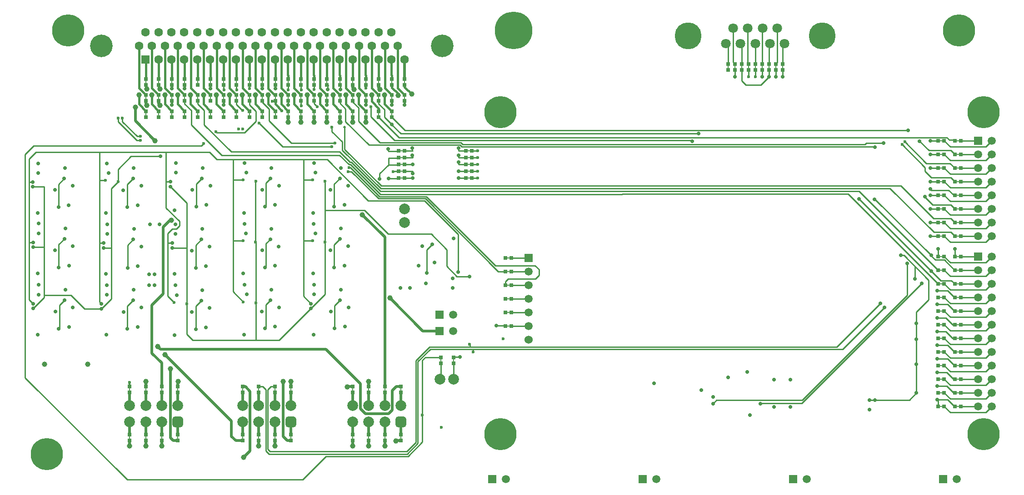
<source format=gbl>
%FSLAX25Y25*%
%MOIN*%
G70*
G01*
G75*
G04 Layer_Physical_Order=4*
G04 Layer_Color=16711680*
%ADD10R,0.02756X0.03150*%
%ADD11R,0.11000X0.02900*%
%ADD12O,0.08661X0.02362*%
%ADD13R,0.03150X0.02756*%
%ADD14R,0.05906X0.02362*%
%ADD15R,0.05118X0.03150*%
%ADD16R,0.12598X0.07874*%
%ADD17O,0.06890X0.01181*%
%ADD18C,0.01181*%
%ADD19C,0.01000*%
%ADD20C,0.01800*%
%ADD21C,0.02000*%
%ADD22C,0.03000*%
%ADD23C,0.07874*%
G04:AMPARAMS|DCode=24|XSize=78.74mil|YSize=78.74mil|CornerRadius=19.69mil|HoleSize=0mil|Usage=FLASHONLY|Rotation=0.000|XOffset=0mil|YOffset=0mil|HoleType=Round|Shape=RoundedRectangle|*
%AMROUNDEDRECTD24*
21,1,0.07874,0.03937,0,0,0.0*
21,1,0.03937,0.07874,0,0,0.0*
1,1,0.03937,0.01969,-0.01969*
1,1,0.03937,-0.01969,-0.01969*
1,1,0.03937,-0.01969,0.01969*
1,1,0.03937,0.01969,0.01969*
%
%ADD24ROUNDEDRECTD24*%
%ADD25C,0.23622*%
%ADD26C,0.05906*%
%ADD27R,0.05906X0.05906*%
%ADD28R,0.05906X0.05906*%
%ADD29C,0.27559*%
%ADD30C,0.06299*%
%ADD31R,0.06299X0.06299*%
%ADD32C,0.16535*%
%ADD33C,0.19685*%
%ADD34C,0.07087*%
%ADD35C,0.06000*%
%ADD36C,0.02756*%
%ADD37C,0.02362*%
%ADD38C,0.03937*%
%ADD39C,0.01969*%
%ADD40C,0.04000*%
%ADD41C,0.04000*%
%ADD42C,0.00787*%
%ADD43C,0.07937*%
%ADD44C,0.15811*%
%ADD45C,0.08331*%
%ADD46C,0.16598*%
%ADD47C,0.07543*%
G04:AMPARAMS|DCode=48|XSize=95.433mil|YSize=95.433mil|CornerRadius=0mil|HoleSize=0mil|Usage=FLASHONLY|Rotation=0.000|XOffset=0mil|YOffset=0mil|HoleType=Round|Shape=Relief|Width=10mil|Gap=10mil|Entries=4|*
%AMTHD48*
7,0,0,0.09543,0.07543,0.01000,45*
%
%ADD48THD48*%
%ADD49C,0.16205*%
%ADD50C,0.17779*%
%ADD51C,0.08685*%
%ADD52C,0.16520*%
%ADD53C,0.07000*%
%ADD54C,0.05181*%
G04:AMPARAMS|DCode=55|XSize=71.811mil|YSize=71.811mil|CornerRadius=0mil|HoleSize=0mil|Usage=FLASHONLY|Rotation=0.000|XOffset=0mil|YOffset=0mil|HoleType=Round|Shape=Relief|Width=10mil|Gap=10mil|Entries=4|*
%AMTHD55*
7,0,0,0.07181,0.05181,0.01000,45*
%
%ADD55THD55*%
%ADD56C,0.05969*%
G04:AMPARAMS|DCode=57|XSize=79.685mil|YSize=79.685mil|CornerRadius=0mil|HoleSize=0mil|Usage=FLASHONLY|Rotation=0.000|XOffset=0mil|YOffset=0mil|HoleType=Round|Shape=Relief|Width=10mil|Gap=10mil|Entries=4|*
%AMTHD57*
7,0,0,0.07969,0.05969,0.01000,45*
%
%ADD57THD57*%
%ADD58C,0.01772*%
D10*
X298511Y71177D02*
D03*
Y66847D02*
D03*
X289062Y71177D02*
D03*
Y66847D02*
D03*
X224410Y49642D02*
D03*
Y45311D02*
D03*
Y9878D02*
D03*
Y14209D02*
D03*
X236221Y49642D02*
D03*
Y45311D02*
D03*
Y9878D02*
D03*
Y14209D02*
D03*
X248031Y49642D02*
D03*
Y45311D02*
D03*
Y9878D02*
D03*
Y14209D02*
D03*
X259842Y49642D02*
D03*
Y45311D02*
D03*
Y9878D02*
D03*
Y14209D02*
D03*
X143701Y49642D02*
D03*
Y45311D02*
D03*
Y9878D02*
D03*
Y14209D02*
D03*
X155512Y49642D02*
D03*
Y45311D02*
D03*
Y9878D02*
D03*
Y14209D02*
D03*
X167323Y49642D02*
D03*
Y45311D02*
D03*
Y9878D02*
D03*
Y14209D02*
D03*
X179134Y49642D02*
D03*
Y45311D02*
D03*
Y9878D02*
D03*
Y14209D02*
D03*
X60827Y49642D02*
D03*
Y45311D02*
D03*
Y9878D02*
D03*
Y14209D02*
D03*
X72638Y49642D02*
D03*
Y45311D02*
D03*
Y9878D02*
D03*
Y14209D02*
D03*
X84449Y49642D02*
D03*
Y45311D02*
D03*
Y9878D02*
D03*
Y14209D02*
D03*
X96260Y49642D02*
D03*
Y45311D02*
D03*
Y9878D02*
D03*
Y14209D02*
D03*
X72775Y263681D02*
D03*
Y259350D02*
D03*
Y275492D02*
D03*
Y271161D02*
D03*
X82263Y263681D02*
D03*
Y259350D02*
D03*
Y275492D02*
D03*
Y271161D02*
D03*
X91751Y263681D02*
D03*
Y259350D02*
D03*
Y275492D02*
D03*
Y271161D02*
D03*
X101239Y263681D02*
D03*
Y259350D02*
D03*
Y275492D02*
D03*
Y271161D02*
D03*
X110728Y263681D02*
D03*
Y259350D02*
D03*
Y275492D02*
D03*
Y271161D02*
D03*
X120216Y263681D02*
D03*
Y259350D02*
D03*
Y275492D02*
D03*
Y271161D02*
D03*
X129704Y263681D02*
D03*
Y259350D02*
D03*
Y275492D02*
D03*
Y271161D02*
D03*
X139192Y263681D02*
D03*
Y259350D02*
D03*
Y275492D02*
D03*
Y271161D02*
D03*
X148680Y263681D02*
D03*
Y259350D02*
D03*
Y275492D02*
D03*
Y271161D02*
D03*
X158168Y263681D02*
D03*
Y259350D02*
D03*
Y275492D02*
D03*
Y271161D02*
D03*
X167657Y263681D02*
D03*
Y259350D02*
D03*
Y275492D02*
D03*
Y271161D02*
D03*
X177145Y263681D02*
D03*
Y259350D02*
D03*
Y275492D02*
D03*
Y271161D02*
D03*
X186633Y263681D02*
D03*
Y259350D02*
D03*
Y275492D02*
D03*
Y271161D02*
D03*
X196121Y263681D02*
D03*
Y259350D02*
D03*
Y275492D02*
D03*
Y271161D02*
D03*
X205609Y263681D02*
D03*
Y259350D02*
D03*
Y275492D02*
D03*
Y271161D02*
D03*
X215098Y263681D02*
D03*
Y259350D02*
D03*
Y275492D02*
D03*
Y271161D02*
D03*
X224586Y263681D02*
D03*
Y259350D02*
D03*
Y275492D02*
D03*
Y271161D02*
D03*
X234074Y263681D02*
D03*
Y259350D02*
D03*
Y275492D02*
D03*
Y271161D02*
D03*
X243562Y263681D02*
D03*
Y259350D02*
D03*
Y275492D02*
D03*
Y271161D02*
D03*
X253050Y263681D02*
D03*
Y259350D02*
D03*
Y275492D02*
D03*
Y271161D02*
D03*
X262539Y263681D02*
D03*
Y259350D02*
D03*
Y275492D02*
D03*
Y271161D02*
D03*
X499751Y286409D02*
D03*
Y282079D02*
D03*
X504751Y286409D02*
D03*
Y282079D02*
D03*
X509751Y286409D02*
D03*
Y282079D02*
D03*
X514751Y286409D02*
D03*
Y282079D02*
D03*
X519751Y286409D02*
D03*
Y282079D02*
D03*
X524751Y286409D02*
D03*
Y282079D02*
D03*
X529751Y286409D02*
D03*
Y282079D02*
D03*
X534751Y286409D02*
D03*
Y282079D02*
D03*
X539751Y286409D02*
D03*
Y282079D02*
D03*
X72775Y247539D02*
D03*
Y251870D02*
D03*
X82263Y247539D02*
D03*
Y251870D02*
D03*
X91751Y247539D02*
D03*
Y251870D02*
D03*
X101239Y247539D02*
D03*
Y251870D02*
D03*
X110728Y247539D02*
D03*
Y251870D02*
D03*
X120216Y247539D02*
D03*
Y251870D02*
D03*
X129704Y247539D02*
D03*
Y251870D02*
D03*
X139192Y247539D02*
D03*
Y251870D02*
D03*
X148680Y247539D02*
D03*
Y251870D02*
D03*
X158168Y247539D02*
D03*
Y251870D02*
D03*
X167657Y247539D02*
D03*
Y251870D02*
D03*
X177145Y247539D02*
D03*
Y251870D02*
D03*
X186633Y247539D02*
D03*
Y251870D02*
D03*
X196121Y247539D02*
D03*
Y251870D02*
D03*
X205609Y247539D02*
D03*
Y251870D02*
D03*
X215098Y247539D02*
D03*
Y251870D02*
D03*
X224586Y247539D02*
D03*
Y251870D02*
D03*
X234074Y247539D02*
D03*
Y251870D02*
D03*
X243562Y247539D02*
D03*
Y251870D02*
D03*
X253050Y247539D02*
D03*
Y251870D02*
D03*
D13*
X658204Y45035D02*
D03*
X653873D02*
D03*
X658204Y55035D02*
D03*
X653873D02*
D03*
X658204Y65035D02*
D03*
X653873D02*
D03*
X658204Y75035D02*
D03*
X653873D02*
D03*
X658204Y85035D02*
D03*
X653873D02*
D03*
X658204Y95035D02*
D03*
X653873D02*
D03*
X658204Y105035D02*
D03*
X653873D02*
D03*
X658204Y115035D02*
D03*
X653873D02*
D03*
X658204Y125035D02*
D03*
X653873D02*
D03*
X658204Y135035D02*
D03*
X653873D02*
D03*
X670369Y125035D02*
D03*
X666039D02*
D03*
X670369Y135035D02*
D03*
X666039D02*
D03*
X670369Y85035D02*
D03*
X666039D02*
D03*
X670369Y95035D02*
D03*
X666039D02*
D03*
X670369Y45035D02*
D03*
X666039D02*
D03*
X670369Y55035D02*
D03*
X666039D02*
D03*
X307527Y202555D02*
D03*
X311858D02*
D03*
X307527Y212555D02*
D03*
X311858D02*
D03*
X307527Y217555D02*
D03*
X311858D02*
D03*
X307527Y222555D02*
D03*
X311858D02*
D03*
X658204Y160035D02*
D03*
X653873D02*
D03*
X658204Y170035D02*
D03*
X653873D02*
D03*
X658204Y180035D02*
D03*
X653873D02*
D03*
X658204Y190035D02*
D03*
X653873D02*
D03*
X658204Y200035D02*
D03*
X653873D02*
D03*
X658204Y210035D02*
D03*
X653873D02*
D03*
X658204Y220035D02*
D03*
X653873D02*
D03*
X658204Y230035D02*
D03*
X653873D02*
D03*
X653873Y35035D02*
D03*
X658204D02*
D03*
X666039D02*
D03*
X670369D02*
D03*
X666039Y75035D02*
D03*
X670369D02*
D03*
X666039Y115035D02*
D03*
X670369D02*
D03*
X666039Y65035D02*
D03*
X670369D02*
D03*
X666039Y105035D02*
D03*
X670369D02*
D03*
X653873Y145035D02*
D03*
X658204D02*
D03*
X666039D02*
D03*
X670369D02*
D03*
X666039Y160035D02*
D03*
X670369D02*
D03*
X666039Y170035D02*
D03*
X670369D02*
D03*
X666039Y180035D02*
D03*
X670369D02*
D03*
X666039Y190035D02*
D03*
X670369D02*
D03*
X666039Y200035D02*
D03*
X670369D02*
D03*
X666039Y210035D02*
D03*
X670369D02*
D03*
X666039Y220035D02*
D03*
X670369D02*
D03*
X666039Y230035D02*
D03*
X670369D02*
D03*
X336393Y94051D02*
D03*
X340724D02*
D03*
X336393Y104051D02*
D03*
X340724D02*
D03*
X336393Y114051D02*
D03*
X340724D02*
D03*
X336393Y124051D02*
D03*
X340724D02*
D03*
X336393Y134051D02*
D03*
X340724D02*
D03*
X336393Y144051D02*
D03*
X340724D02*
D03*
X258117Y202555D02*
D03*
X262448D02*
D03*
X258117Y212555D02*
D03*
X262448D02*
D03*
X258117Y217555D02*
D03*
X262448D02*
D03*
X311858Y207555D02*
D03*
X307527D02*
D03*
X258117D02*
D03*
X262448D02*
D03*
X258117Y222555D02*
D03*
X262448D02*
D03*
D18*
X60827Y49642D02*
Y52590D01*
X60680Y52736D02*
X60827Y52590D01*
D19*
X658204Y105035D02*
X662657Y100583D01*
X160827Y109631D02*
X164271Y113075D01*
X160827Y92898D02*
Y109631D01*
X160137Y92209D02*
X160827Y92898D01*
X275590Y9077D02*
Y28543D01*
Y69116D01*
X277652Y71177D01*
X264997Y-1517D02*
X275590Y9077D01*
X153381Y244346D02*
Y251728D01*
X145015Y235980D02*
X153381Y244346D01*
X124739Y235980D02*
X145015D01*
X124050Y236669D02*
X124739Y235980D01*
X250526Y222713D02*
Y224169D01*
X250527Y224169D01*
X236336Y227041D02*
X303128D01*
X244480Y228641D02*
X303791D01*
X268243Y222705D02*
Y224562D01*
X255176Y230241D02*
X473096D01*
X303128Y227041D02*
X304511Y225658D01*
X303791Y228641D02*
X305173Y227258D01*
X473096Y230241D02*
X473600Y229736D01*
X268393Y217555D02*
Y219295D01*
X268243Y219445D02*
X268393Y219295D01*
X268243Y222705D02*
X268393Y222555D01*
X262448D02*
X268393D01*
X219228Y244150D02*
X236336Y227041D01*
X304511Y225658D02*
X606813D01*
X607220Y225252D01*
X305173Y227258D02*
X600072D01*
X601216Y228402D01*
X613818D01*
X228676Y244445D02*
X244480Y228641D01*
X237728Y247689D02*
X255176Y230241D01*
X302101Y222563D02*
Y224563D01*
X302102Y224563D01*
X302110Y217555D02*
Y219437D01*
X302102Y219445D02*
X302110Y219437D01*
Y212555D02*
Y214318D01*
X302101Y214326D02*
X302110Y214318D01*
X165487Y259208D02*
X165630Y259350D01*
X167657D01*
X247680Y247488D02*
X253283Y241886D01*
X247680Y247488D02*
Y253000D01*
X253157Y241760D02*
X259680Y235236D01*
X143440Y252516D02*
X143834D01*
X139192Y256764D02*
X143440Y252516D01*
X139192Y256764D02*
Y259350D01*
X129621Y267476D02*
X130015D01*
X129621D02*
X129704Y267559D01*
Y271161D01*
X52486Y209199D02*
X61944Y218657D01*
X52486Y200153D02*
Y209199D01*
X61944Y218657D02*
X83598D01*
X232997Y179101D02*
X250527Y161571D01*
X204222Y179101D02*
X232997D01*
X204222Y155791D02*
Y200279D01*
X250527Y161571D02*
X282023D01*
X293440Y150154D01*
Y137949D02*
Y150154D01*
Y137949D02*
X300921Y130468D01*
X309976D01*
X153676Y83618D02*
X170570D01*
X107220D02*
X153676D01*
X153435Y83860D02*
X153676Y83618D01*
X153435Y83860D02*
Y110909D01*
X102647Y88191D02*
X107220Y83618D01*
X102647Y88191D02*
Y110516D01*
X170570Y83618D02*
X193869Y106917D01*
X-1835Y116295D02*
Y152122D01*
Y115020D02*
Y116295D01*
X-1442Y116689D01*
X17850D01*
X27692Y106846D01*
X40291D01*
X204222Y117270D02*
Y155791D01*
X193869Y106917D02*
X204222Y117270D01*
X153273Y200118D02*
X153435Y200279D01*
X153273Y155665D02*
Y200118D01*
Y155665D02*
X153435Y155504D01*
Y110909D02*
Y155504D01*
X102647Y150941D02*
Y184541D01*
Y110516D02*
Y150941D01*
X102254Y151335D02*
X102647Y150941D01*
X92062Y151335D02*
X102254D01*
X90846Y196343D02*
X102647Y184541D01*
X47377Y151335D02*
Y195045D01*
Y113933D02*
Y151335D01*
X47377Y151335D02*
X47377Y151335D01*
X41668Y151335D02*
X47377D01*
X47377Y195045D02*
X52486Y200153D01*
X40291Y106846D02*
X47377Y113933D01*
X-1835Y152122D02*
Y196216D01*
X-10103D02*
X-1835D01*
X-9942Y151913D02*
X-9733Y152122D01*
X-1835D01*
X-9942Y106913D02*
X-1835Y115020D01*
X188322Y216295D02*
X188403Y216214D01*
X205726D01*
X235937Y186003D01*
X277081D01*
X301708Y161376D01*
Y133815D02*
Y161376D01*
X188322Y201335D02*
Y216295D01*
Y156846D02*
Y201335D01*
X188429Y201228D01*
X195015D01*
X136747Y216295D02*
X188322D01*
Y116008D02*
Y156846D01*
X188429Y156739D01*
X195015D01*
X188322Y116008D02*
X193869Y110461D01*
X124936Y216295D02*
X136747D01*
Y200941D02*
Y216295D01*
X119424Y221807D02*
X124936Y216295D01*
X87535Y221807D02*
X119424D01*
X136747Y156453D02*
Y200941D01*
X137034Y201228D01*
X144228D01*
X136747Y119338D02*
Y156453D01*
X136908Y156614D01*
X144066D01*
X136747Y119338D02*
X144228Y111858D01*
X95015Y165508D02*
X97377Y167870D01*
X92259Y165508D02*
X95015D01*
X88716Y161965D02*
X92259Y165508D01*
X88716Y154878D02*
Y161965D01*
Y116188D02*
Y154878D01*
X92062D01*
X87535Y199760D02*
Y221807D01*
Y199760D02*
X87661Y199886D01*
X90846D01*
X38716Y221807D02*
X87535D01*
X88716Y116188D02*
X93440Y111464D01*
X-12859Y155272D02*
Y199760D01*
Y113374D02*
Y155272D01*
X-12674Y155457D01*
X-9942D01*
X-12859Y199760D02*
Y216689D01*
Y199760D02*
X-10103D01*
X38716Y200941D02*
Y221807D01*
Y154878D02*
Y200941D01*
X38877Y201102D01*
X43279D01*
X38716Y111965D02*
Y154878D01*
X41668D01*
X-7741Y221807D02*
X38716D01*
Y111965D02*
X40291Y110390D01*
X-12859Y216689D02*
X-7741Y221807D01*
X-12859Y113374D02*
X-9942Y110457D01*
X670369Y230035D02*
X683204D01*
X688751Y225583D02*
X693204Y230035D01*
X658204D02*
X662657Y225583D01*
X688751D01*
X662657Y215583D02*
X688751D01*
X658204Y220035D02*
X662657Y215583D01*
X688751D02*
X693204Y220035D01*
X670369D02*
X683204D01*
X662657Y205583D02*
X688751D01*
X658204Y210035D02*
X662657Y205583D01*
X688751D02*
X693204Y210035D01*
X670369D02*
X683204D01*
X662657Y195583D02*
X688751D01*
X658204Y200035D02*
X662657Y195583D01*
X688751D02*
X693204Y200035D01*
X670369D02*
X683204D01*
X662657Y185583D02*
X688751D01*
X658204Y190035D02*
X662657Y185583D01*
X688751D02*
X693204Y190035D01*
X670369D02*
X683204D01*
X662657Y175583D02*
X688751D01*
X658204Y180035D02*
X662657Y175583D01*
X688751D02*
X693204Y180035D01*
X670369D02*
X683204D01*
X662657Y165583D02*
X688751D01*
X658204Y170035D02*
X662657Y165583D01*
X688751D02*
X693204Y170035D01*
X670369D02*
X683204D01*
X662657Y155583D02*
X688751D01*
X658204Y160035D02*
X662657Y155583D01*
X688751D02*
X693204Y160035D01*
X670369D02*
X683204D01*
X670369Y145035D02*
X683204D01*
X688751Y140583D02*
X693204Y145035D01*
X658204D02*
X662657Y140583D01*
X688751D01*
X670369Y135035D02*
X683204D01*
X688751Y130583D02*
X693204Y135035D01*
X658204D02*
X662657Y130583D01*
X688751D01*
X670369Y125035D02*
X683204D01*
X688751Y120583D02*
X693204Y125035D01*
X658204D02*
X662657Y120583D01*
X688751D01*
X670369Y115035D02*
X683204D01*
X688751Y110583D02*
X693204Y115035D01*
X658204D02*
X662657Y110583D01*
X688751D01*
X670369Y105035D02*
X683204D01*
X688751Y100583D02*
X693204Y105035D01*
X662657Y100583D02*
X688751D01*
X670369Y95035D02*
X683204D01*
X688751Y90583D02*
X693204Y95035D01*
X658204D02*
X662657Y90583D01*
X688751D01*
X670369Y85035D02*
X683204D01*
X688751Y80583D02*
X693204Y85035D01*
X658204D02*
X662657Y80583D01*
X688751D01*
X670369Y75035D02*
X683204D01*
X688751Y70583D02*
X693204Y75035D01*
X658204D02*
X662657Y70583D01*
X688751D01*
X670369Y65035D02*
X683204D01*
X688751Y60583D02*
X693204Y65035D01*
X658204D02*
X662657Y60583D01*
X688751D01*
X670369Y55035D02*
X683204D01*
X688751Y50583D02*
X693204Y55035D01*
X658204D02*
X662657Y50583D01*
X688751D01*
X670369Y45035D02*
X683204D01*
X688751Y40583D02*
X693204Y45035D01*
X658204D02*
X662657Y40583D01*
X688751D01*
X670369Y35035D02*
X683204D01*
X688751Y30583D02*
X693204Y35035D01*
X658204D02*
X662657Y30583D01*
X688751D01*
X262448Y217555D02*
X268393D01*
X262448Y212555D02*
X268393D01*
X262448Y207555D02*
X268393D01*
X302110Y222555D02*
X308054D01*
X302110Y217555D02*
X308054D01*
X302110Y212555D02*
X308054D01*
X302110Y207555D02*
X308054D01*
X302110Y202555D02*
X308054D01*
X289062Y55697D02*
Y66846D01*
X288440Y55075D02*
X289062Y55697D01*
X298511D02*
Y66846D01*
X663161Y222913D02*
X666039Y220035D01*
X647003Y222913D02*
X663161D01*
X665376Y190035D02*
X666039D01*
X661596Y193815D02*
X665376Y190035D01*
X663161Y182913D02*
X666039Y180035D01*
X663161Y172913D02*
X666039Y170035D01*
X663161Y162913D02*
X666039Y160035D01*
X648117Y230035D02*
X653873D01*
X647724Y229642D02*
X648117Y230035D01*
Y220035D02*
X653873D01*
X648117Y210035D02*
X653873D01*
X648905Y193815D02*
X661596D01*
X648117Y200035D02*
X653873D01*
X649964Y182913D02*
X663161D01*
X648117Y190035D02*
X653873D01*
X626464Y196965D02*
X650515Y172913D01*
X663161D01*
X648117Y180035D02*
X653873D01*
X618621Y194965D02*
X650672Y162913D01*
X663161D01*
X648117Y170035D02*
X653873D01*
X648117Y160035D02*
X653873D01*
X498058Y301463D02*
X499751Y299770D01*
Y286409D02*
Y299770D01*
X503458Y287702D02*
X504751Y286409D01*
X503458Y287702D02*
Y312663D01*
X508858Y301463D02*
X509751Y300570D01*
Y286409D02*
Y300570D01*
X514258Y286902D02*
Y312663D01*
Y286902D02*
X514751Y286409D01*
X519658Y286502D02*
Y301463D01*
Y286502D02*
X519751Y286409D01*
X524751D02*
Y312356D01*
X525058Y312663D01*
X529751Y300756D02*
X530458Y301463D01*
X529751Y286409D02*
Y300756D01*
X534751Y286409D02*
X535858Y287516D01*
Y312663D01*
X539751Y286409D02*
Y299956D01*
X541258Y301463D01*
X504751Y277079D02*
Y282079D01*
X524751Y277079D02*
Y282079D01*
X666039Y145035D02*
Y150705D01*
X665941Y115035D02*
X666039D01*
X660941Y120035D02*
X665941Y115035D01*
X653204Y120035D02*
X660941D01*
X653204Y110035D02*
X660941D01*
X665941Y105035D01*
X653204Y80035D02*
X660941D01*
X665941Y75035D01*
X653204Y70035D02*
X660941D01*
X665941Y65035D01*
X653204Y40035D02*
X660941D01*
X665941Y35035D01*
X258098Y222535D02*
X258117Y222555D01*
X250704Y222535D02*
X258098D01*
X250704Y217535D02*
X258098D01*
X250704Y212535D02*
X258098D01*
X663561Y127513D02*
X666039Y125035D01*
X655726Y127513D02*
X663561D01*
X653873Y145035D02*
Y150705D01*
X665941Y135035D02*
X666039D01*
X658419Y142558D02*
X665941Y135035D01*
X651843Y142558D02*
X658419D01*
X529751Y277079D02*
Y282079D01*
X534751Y277079D02*
Y282079D01*
X653301Y50035D02*
X660204D01*
X665204Y45035D01*
X666039D01*
X653301Y60035D02*
X660204D01*
X665204Y55035D01*
X666039D01*
X653873Y35035D02*
Y39366D01*
X653204Y40035D02*
X653873Y39366D01*
X250704Y202535D02*
X258098D01*
X329865Y94213D02*
X336231D01*
X336393Y94051D01*
X340724D02*
X353558D01*
X340724Y104051D02*
X353558D01*
X340724Y114051D02*
X353558D01*
X340724Y124051D02*
X353558D01*
X340724Y134051D02*
X353558D01*
X340724Y144051D02*
X353558D01*
X523381Y37142D02*
X523517Y37277D01*
X553792D01*
X641865Y125350D01*
X488696Y37142D02*
X491275Y39720D01*
X553973D01*
X631039Y116786D01*
Y140114D01*
X626476Y146020D02*
X628637D01*
X636747Y128662D02*
Y137713D01*
X637732Y96182D02*
Y104484D01*
X646787Y113539D01*
X637732Y84371D02*
Y96182D01*
Y45198D02*
X637928Y45001D01*
X632648Y39720D02*
X637928Y45001D01*
X603479Y39720D02*
X632648D01*
X637732Y45198D02*
Y65936D01*
Y84371D01*
X595704Y187535D02*
X648755Y134484D01*
Y134209D02*
Y134484D01*
X648893Y134346D02*
X655726Y127513D01*
X607579Y187196D02*
X648755Y146020D01*
X607204Y187196D02*
X607579D01*
X648568Y145832D02*
X651843Y142558D01*
X628637Y146020D02*
X646787Y127871D01*
Y113539D02*
Y127871D01*
X539751Y277079D02*
Y282079D01*
X59188Y108815D02*
X63322Y112949D01*
X59188Y92083D02*
Y108815D01*
X210924Y153823D02*
X215058Y157957D01*
X210924Y137091D02*
Y153823D01*
X211157Y109012D02*
X215291Y113146D01*
X211157Y92279D02*
Y109012D01*
X8956Y153882D02*
X13090Y158016D01*
X8956Y137150D02*
Y153882D01*
X8794Y198185D02*
X12928Y202319D01*
X8794Y181453D02*
Y198185D01*
X59188D02*
X63322Y202319D01*
X59188Y181453D02*
Y198185D01*
X109350Y108547D02*
X113484Y112681D01*
X109350Y91815D02*
Y108547D01*
X109743Y198311D02*
X113877Y202445D01*
X109743Y181579D02*
Y198311D01*
X109350Y153429D02*
X113484Y157563D01*
X109350Y136697D02*
Y153429D01*
X59350D02*
X63484Y157563D01*
X59350Y136697D02*
Y153429D01*
X162286Y3749D02*
X163952Y2083D01*
X162286Y3749D02*
Y47346D01*
X160686Y2520D02*
X163124Y83D01*
X264334D01*
X162286Y47346D02*
X164582Y49642D01*
X167323D01*
X155512D02*
X158519D01*
X160686Y47475D01*
Y2520D02*
Y47475D01*
X120216Y268331D02*
Y271161D01*
X158168Y268331D02*
Y271161D01*
X640180Y229736D02*
X647003Y222913D01*
X665338Y230736D02*
X666039Y230035D01*
X662011Y230736D02*
X665338D01*
X259680Y235236D02*
X478180D01*
X253050Y247539D02*
X262854Y237736D01*
X266566D01*
X631680D01*
X660234Y232513D02*
X662011Y230736D01*
X243562Y247539D02*
X258588Y232513D01*
X660234D01*
X648078Y194642D02*
X648905Y193815D01*
X643747Y189130D02*
X644031D01*
X643747D02*
X649964Y182913D01*
X607220Y225252D02*
X607318D01*
X206006Y267739D02*
Y270764D01*
X215494Y267739D02*
Y270764D01*
X219228Y244150D02*
Y253500D01*
X209287Y236768D02*
Y240114D01*
X167657Y268331D02*
Y271161D01*
X215098Y257630D02*
X219228Y253500D01*
X215098Y257630D02*
Y259350D01*
X228676Y244445D02*
Y254439D01*
X224586Y258530D02*
X228676Y254439D01*
X224586Y258530D02*
Y259350D01*
X177145Y256520D02*
Y259350D01*
X110728Y257206D02*
Y259350D01*
Y257206D02*
X115586Y252348D01*
Y241787D02*
Y252348D01*
X101239Y257206D02*
Y259350D01*
Y257206D02*
X106098Y252348D01*
Y241787D02*
Y252348D01*
X115586Y241787D02*
X135369Y222004D01*
X106098Y241787D02*
X128381Y219504D01*
X422180Y192965D02*
X595944D01*
X653873Y135035D01*
X422180Y190965D02*
X587944D01*
X653873Y125035D01*
X422019Y190803D02*
X422180Y190965D01*
X55448Y244150D02*
X66373Y233224D01*
X52486Y244001D02*
X66224Y230262D01*
X68637D01*
X66373Y233224D02*
X68637D01*
X55448Y244150D02*
Y246807D01*
X644129Y207646D02*
X648861Y202913D01*
X644129Y207646D02*
Y210472D01*
X648861Y202913D02*
X663161D01*
X666039Y200035D01*
X627340Y227262D02*
X644129Y210472D01*
X52486Y244001D02*
Y246807D01*
X645291Y213500D02*
X662574D01*
X629434Y229356D02*
X645291Y213500D01*
X662574D02*
X666039Y210035D01*
X243562Y257118D02*
X247680Y253000D01*
X243562Y257118D02*
Y259350D01*
X237728Y247689D02*
Y255169D01*
X237732Y255173D01*
X233991Y268559D02*
X234074Y268642D01*
Y271161D01*
X298550Y71216D02*
X303184D01*
X298511Y71177D02*
X298550Y71216D01*
X272279Y68067D02*
X281407Y77195D01*
X270679Y68730D02*
X280744Y78795D01*
X272279Y8028D02*
Y68067D01*
X264334Y83D02*
X272279Y8028D01*
X270679Y8690D02*
Y68730D01*
X264071Y2083D02*
X270679Y8690D01*
X664377Y85035D02*
X664464D01*
X666039D01*
X583868Y77195D02*
X614306Y107634D01*
X659464Y90035D02*
X664464Y85035D01*
X653301Y90035D02*
X659464D01*
X664306Y95035D02*
X666039D01*
X579562Y78795D02*
X611353Y110587D01*
X659306Y100035D02*
X664306Y95035D01*
X653301Y100035D02*
X659306D01*
X163952Y2083D02*
X264071D01*
X277652Y71177D02*
X289062D01*
X204957Y-1517D02*
X264997D01*
X187829Y-18646D02*
X204957Y-1517D01*
X58991Y-18646D02*
X187829D01*
X-15812Y56157D02*
X58991Y-18646D01*
X-15812Y56157D02*
Y219937D01*
X-9513Y226236D01*
X113519D01*
X115291Y228008D01*
Y228106D01*
X148680Y256429D02*
X153381Y251728D01*
X148680Y256429D02*
Y259350D01*
X310271Y80764D02*
X310369Y80665D01*
Y78795D02*
Y80665D01*
X280744Y78795D02*
X310369D01*
X579562D01*
X312830Y75153D02*
Y76998D01*
X312633Y77195D02*
X312830Y76998D01*
X281407Y77195D02*
X312633D01*
X583868D01*
X336393Y124051D02*
Y126669D01*
X338519Y128795D01*
X358401D01*
X361058Y131453D01*
Y135587D01*
X358204Y138441D02*
X361058Y135587D01*
X329169Y138441D02*
X358204D01*
X278406Y189203D02*
X329169Y138441D01*
X221693Y210410D02*
X222810D01*
X179562Y228500D02*
X211550D01*
X163224Y244839D02*
X179562Y228500D01*
X163224Y244839D02*
Y253475D01*
X158168Y258530D02*
X163224Y253475D01*
X158168Y258530D02*
Y259350D01*
X331295Y134051D02*
X336393D01*
X277744Y187603D02*
X331295Y134051D01*
X221004Y207359D02*
X223599D01*
X173263Y225547D02*
X208991D01*
X155743Y243067D02*
X173263Y225547D01*
X148755Y268461D02*
Y271087D01*
X148680Y271161D02*
X148755Y271087D01*
X311858Y222555D02*
X316235D01*
X311858Y217555D02*
X316196D01*
X311858Y212555D02*
X316078D01*
X311858Y207555D02*
X316196D01*
X311858Y202555D02*
X316235D01*
X196121Y267945D02*
Y271161D01*
Y267945D02*
X196196Y267870D01*
X186633Y267590D02*
Y271161D01*
Y267590D02*
X186747Y267476D01*
X186437Y267166D02*
X186747Y267476D01*
X186437Y267166D02*
X186437D01*
X186747Y267475D01*
X196121Y257315D02*
Y259350D01*
Y257315D02*
X198348Y255088D01*
X198375D01*
X186633Y256567D02*
Y259350D01*
X186747Y255665D02*
X187141Y255272D01*
X139192Y267559D02*
Y271161D01*
X139109Y267476D02*
X139192Y267559D01*
X139109Y267476D02*
X139503D01*
X177145Y267630D02*
Y271161D01*
Y267630D02*
X177298Y267476D01*
X262448Y202555D02*
X268393D01*
X250526Y222713D02*
X250704Y222535D01*
Y212535D02*
Y217535D01*
X268393Y205999D02*
Y207555D01*
X302101Y222563D02*
X302110Y222555D01*
X254070Y207240D02*
X254385Y207555D01*
X258117D01*
X243355Y187603D02*
X277744D01*
X244018Y189203D02*
X278406D01*
X244680Y190803D02*
X422019D01*
X223599Y207359D02*
X243355Y187603D01*
X222810Y210410D02*
X244018Y189203D01*
X209287Y236768D02*
X216840Y229214D01*
X128381Y219504D02*
X214939D01*
X221752Y212691D01*
X245307Y196965D02*
X626464D01*
X222415Y214291D02*
X223455D01*
X244743Y193003D01*
X135369Y222004D02*
X214702D01*
X222415Y214291D01*
X221752Y212691D02*
X222792D01*
X244680Y190803D01*
X244743Y193003D02*
X422180D01*
X245044Y194965D02*
X618621D01*
X244228Y206059D02*
X250704Y212535D01*
X244228Y202122D02*
Y206059D01*
X218440Y223832D02*
Y240114D01*
Y223832D02*
X245307Y196965D01*
X216840Y223169D02*
Y229214D01*
Y223169D02*
X245044Y194965D01*
X519751Y276992D02*
Y282079D01*
Y276992D02*
X519818Y276925D01*
X514751Y276976D02*
Y282079D01*
X514700Y276925D02*
X514751Y276976D01*
X509751Y274000D02*
Y282079D01*
Y274000D02*
X512732Y271020D01*
X523692D01*
X529751Y277079D01*
X87535Y180772D02*
Y199760D01*
Y180772D02*
X97377Y170930D01*
Y167870D02*
Y170930D01*
X278775Y133173D02*
Y149906D01*
X282909Y154039D01*
X210924Y198311D02*
X215058Y202445D01*
X210924Y181579D02*
Y198311D01*
X9350Y109276D02*
X13090Y113016D01*
X9350Y92150D02*
Y109276D01*
X159976Y136965D02*
X160827Y137816D01*
Y154548D01*
X164110Y157831D01*
X160137Y181579D02*
X160827Y182269D01*
Y199001D01*
X164271Y202445D01*
D20*
X77228Y268717D02*
Y299630D01*
Y268717D02*
X82263Y263681D01*
X67739Y268717D02*
X72775Y263681D01*
X67739Y268717D02*
Y299630D01*
X86716Y268717D02*
X91751Y263681D01*
X86716Y268717D02*
Y299630D01*
X96204Y268717D02*
X101239Y263681D01*
X96204Y268717D02*
Y299630D01*
X105692Y268717D02*
X110728Y263681D01*
X105692Y268717D02*
Y299630D01*
X115180Y268717D02*
X120216Y263681D01*
X115180Y268717D02*
Y299630D01*
X124669Y268717D02*
X129704Y263681D01*
X124669Y268717D02*
Y299630D01*
X134157Y268717D02*
X139192Y263681D01*
X134157Y268717D02*
Y299630D01*
X143645Y268717D02*
X148680Y263681D01*
X143645Y268717D02*
Y299630D01*
X153133Y268717D02*
X158168Y263681D01*
X153133Y268717D02*
Y299630D01*
X162582Y268520D02*
X167617Y263484D01*
X162582Y268520D02*
Y299433D01*
X181598Y268717D02*
X186633Y263681D01*
X181598Y268717D02*
Y299630D01*
X172109Y268717D02*
X177145Y263681D01*
X172109Y268717D02*
Y299630D01*
X191086Y268717D02*
X196121Y263681D01*
X191086Y268717D02*
Y299630D01*
X200574Y268717D02*
X205609Y263681D01*
X200574Y268717D02*
Y299630D01*
X210062Y268717D02*
X215098Y263681D01*
X210062Y268717D02*
Y299630D01*
X219550Y268717D02*
X224586Y263681D01*
X219550Y268717D02*
Y299630D01*
X238527Y268717D02*
Y299630D01*
X257621Y268598D02*
Y299630D01*
X248133Y268598D02*
X253050Y263681D01*
X248133Y268598D02*
Y299630D01*
X77153Y256980D02*
X82263Y251870D01*
X77153Y256980D02*
Y263571D01*
X67665Y256980D02*
Y263571D01*
Y256980D02*
X72775Y251870D01*
X86641Y256980D02*
Y263571D01*
Y256980D02*
X91751Y251870D01*
X96129Y256980D02*
Y263571D01*
Y256980D02*
X101239Y251870D01*
X105617Y256980D02*
Y263571D01*
Y256980D02*
X110728Y251870D01*
X115105Y256980D02*
Y263571D01*
Y256980D02*
X120216Y251870D01*
X124594Y256980D02*
Y263571D01*
Y256980D02*
X129704Y251870D01*
X134082Y256980D02*
Y263571D01*
Y256980D02*
X139192Y251870D01*
X143570Y256980D02*
Y263571D01*
Y256980D02*
X148680Y251870D01*
X153058Y256980D02*
Y263571D01*
Y256980D02*
X158168Y251870D01*
X162547Y256980D02*
Y263571D01*
Y256980D02*
X167657Y251870D01*
X172035Y256980D02*
Y263571D01*
Y256980D02*
X177145Y251870D01*
X181523Y256980D02*
Y263571D01*
Y256980D02*
X186633Y251870D01*
X191011Y256980D02*
Y263571D01*
Y256980D02*
X196121Y251870D01*
X200499Y256980D02*
Y263571D01*
Y256980D02*
X205609Y251870D01*
X209987Y256980D02*
Y263571D01*
Y256980D02*
X215098Y251870D01*
X219476Y256980D02*
Y263571D01*
Y256980D02*
X224586Y251870D01*
X228964Y256980D02*
Y263571D01*
Y256980D02*
X234074Y251870D01*
X247940Y256980D02*
Y263571D01*
Y256980D02*
X253050Y251870D01*
X91751Y256520D02*
Y259350D01*
X253050Y256520D02*
Y259350D01*
X262539Y256520D02*
Y259350D01*
X205609Y256520D02*
Y259350D01*
X257621Y268598D02*
X262539Y263681D01*
Y269378D02*
Y271161D01*
Y269378D02*
X267680Y264236D01*
X205609Y271161D02*
X206006Y270764D01*
X215098Y271161D02*
X215494Y270764D01*
X167657Y275492D02*
Y289358D01*
X167385Y289630D02*
X167657Y289358D01*
X158168Y275492D02*
Y289358D01*
X157897Y289630D02*
X158168Y289358D01*
X148680Y275492D02*
Y289358D01*
X148409Y289630D02*
X148680Y289358D01*
X139192Y275492D02*
Y289358D01*
X138920Y289630D02*
X139192Y289358D01*
X129704Y275492D02*
Y289358D01*
X129432Y289630D02*
X129704Y289358D01*
X120216Y275492D02*
Y289358D01*
X119944Y289630D02*
X120216Y289358D01*
X110728Y275492D02*
Y289358D01*
X110456Y289630D02*
X110728Y289358D01*
X101239Y275492D02*
Y289358D01*
X100968Y289630D02*
X101239Y289358D01*
X91751Y275492D02*
Y289358D01*
X91479Y289630D02*
X91751Y289358D01*
X82263Y275492D02*
Y289358D01*
X81991Y289630D02*
X82263Y289358D01*
X72775Y275492D02*
Y289358D01*
X72503Y289630D02*
X72775Y289358D01*
X177145Y275492D02*
Y278073D01*
X176873Y278345D02*
X177145Y278073D01*
X176873Y278345D02*
Y289630D01*
X186633Y275492D02*
Y278073D01*
X186361Y278345D02*
X186633Y278073D01*
X186361Y278345D02*
Y289630D01*
X196121Y275492D02*
Y278073D01*
X195850Y278345D02*
X196121Y278073D01*
X195850Y278345D02*
Y289630D01*
X205609Y275492D02*
Y278073D01*
X205338Y278345D02*
X205609Y278073D01*
X205338Y278345D02*
Y289630D01*
X215098Y275492D02*
Y278073D01*
X214826Y278345D02*
X215098Y278073D01*
X214826Y278345D02*
Y289630D01*
X224586Y275492D02*
Y278073D01*
X224314Y278345D02*
X224586Y278073D01*
X224314Y278345D02*
Y289630D01*
X234074Y275492D02*
Y278073D01*
X233802Y278345D02*
X234074Y278073D01*
X233802Y278345D02*
Y289630D01*
X243562Y275492D02*
Y278073D01*
X243409Y278227D02*
X243562Y278073D01*
X243409Y278227D02*
Y289630D01*
X253050Y275492D02*
Y278073D01*
X252897Y278227D02*
X253050Y278073D01*
X252897Y278227D02*
Y289630D01*
X253050Y269185D02*
Y271161D01*
Y269185D02*
X257680Y264555D01*
Y263736D02*
Y264555D01*
X238527Y268717D02*
X243562Y263681D01*
X229039Y268717D02*
X234074Y263681D01*
X229039Y268717D02*
Y299630D01*
X129704Y256520D02*
Y259350D01*
X234074Y256520D02*
Y259350D01*
X91751Y268331D02*
Y271161D01*
X101239Y268331D02*
Y271161D01*
X238452Y258980D02*
Y263571D01*
Y258980D02*
X243562Y253870D01*
Y251870D02*
Y253870D01*
D21*
X259842Y35654D02*
Y45311D01*
X248031Y35654D02*
Y45311D01*
X236221Y35654D02*
Y45311D01*
X224410Y35654D02*
Y45311D01*
X179134Y35654D02*
Y45311D01*
X167323Y35654D02*
Y45311D01*
X155512Y35654D02*
Y45311D01*
X143701Y35654D02*
Y45311D01*
X96260Y35654D02*
Y45311D01*
X84449Y35654D02*
Y45311D01*
X72638Y35654D02*
Y45311D01*
X60827Y35654D02*
Y45311D01*
X259842Y14209D02*
Y23854D01*
X248031Y14209D02*
Y23854D01*
X236221Y14209D02*
Y23854D01*
X224410Y14209D02*
Y23854D01*
X179134Y14209D02*
Y23854D01*
X167323Y14209D02*
Y23854D01*
X155512Y14209D02*
Y23854D01*
X143701Y14209D02*
Y23854D01*
X96260Y14209D02*
Y23854D01*
X84449Y14209D02*
Y23854D01*
X72638Y14209D02*
Y23854D01*
X60827Y14209D02*
Y23854D01*
X220684Y49642D02*
X224410D01*
X220507Y49465D02*
X220684Y49642D01*
X236221D02*
Y53338D01*
X236157Y53402D02*
X236221Y53338D01*
X231432Y175842D02*
X248031Y159243D01*
Y49642D02*
Y159243D01*
X256117Y9878D02*
X259842D01*
X256039Y9799D02*
X256117Y9878D01*
X224410Y6094D02*
X224444Y6059D01*
X224410Y6094D02*
Y9878D01*
X143701Y49642D02*
X145724D01*
X149238Y46128D01*
Y2408D02*
Y46128D01*
X72672Y49676D02*
Y53500D01*
X72638Y49642D02*
X72672Y49676D01*
X86942Y72904D02*
X135468Y24378D01*
Y13047D02*
Y24378D01*
Y13047D02*
X138637Y9878D01*
X143701D01*
X81531Y78992D02*
X83499Y77024D01*
X204857D01*
X84449Y49642D02*
Y67019D01*
X77298Y74169D02*
X84449Y67019D01*
X77298Y74169D02*
Y109504D01*
X85468Y117673D01*
Y166787D01*
X91472Y172791D01*
X92869Y9878D02*
X96260D01*
X90723Y12024D02*
X92869Y9878D01*
X90723Y12024D02*
Y61335D01*
X90684Y61374D02*
X90723Y61335D01*
X90684Y61374D02*
Y62653D01*
X90783Y62752D01*
X144621Y-2209D02*
X149238Y2408D01*
X144523Y-2209D02*
X144621D01*
X96260Y49642D02*
Y53367D01*
X96393Y53500D01*
X173351Y12959D02*
X176432Y9878D01*
X179134D01*
X173361Y12969D02*
Y53303D01*
X173351Y12959D02*
X173361Y12969D01*
X204857Y77024D02*
X230153Y51728D01*
X253578Y46610D02*
X256609Y49642D01*
X259842D01*
X250822Y29779D02*
X253578Y32535D01*
Y46610D01*
X233696Y29779D02*
X250822D01*
X230153Y33323D02*
X233696Y29779D01*
X230153Y33323D02*
Y51728D01*
X179134Y49642D02*
Y53367D01*
X179168Y53402D01*
X167323Y6094D02*
Y9878D01*
Y6094D02*
X167358Y6059D01*
X155512Y6094D02*
X155546Y6059D01*
X155512Y6094D02*
Y9878D01*
X84449Y6094D02*
X84483Y6059D01*
X84449Y6094D02*
Y9878D01*
X72638Y6094D02*
X72672Y6059D01*
X72638Y6094D02*
Y9878D01*
X60827Y6094D02*
X60861Y6059D01*
X60827Y6094D02*
Y9878D01*
X236221Y6094D02*
X236255Y6059D01*
X236221Y6094D02*
Y9878D01*
X248031Y6094D02*
X248066Y6059D01*
X248031Y6094D02*
Y9878D01*
X262539Y275492D02*
Y278073D01*
X262385Y278227D02*
X262539Y278073D01*
X262385Y278227D02*
Y289630D01*
X82263Y271161D02*
X82624Y270801D01*
Y268373D02*
Y270801D01*
Y268373D02*
X83104Y267894D01*
X72775Y256863D02*
Y259350D01*
Y256863D02*
X73556Y256082D01*
X82263Y257086D02*
Y259350D01*
Y257086D02*
X83173Y256176D01*
Y256013D02*
Y256176D01*
X72775Y271161D02*
X73136Y270801D01*
Y268314D02*
Y270801D01*
Y268314D02*
X73556Y267894D01*
X64995Y244543D02*
Y254583D01*
X177145Y243898D02*
Y247539D01*
X177102Y243854D02*
X177145Y243898D01*
X186590Y243854D02*
X186633Y243898D01*
Y247539D01*
X196078Y243854D02*
X196121Y243898D01*
Y247539D01*
X205566Y243854D02*
X205609Y243898D01*
Y247539D01*
X215054Y243854D02*
X215098Y243898D01*
Y247539D01*
X224542Y243854D02*
X224586Y243898D01*
Y247539D01*
X234031Y243854D02*
X234074Y243898D01*
Y247539D01*
X224586Y268713D02*
Y271161D01*
Y268713D02*
X225428Y267870D01*
X251708Y114720D02*
X275921Y90508D01*
X288125D01*
X215098Y243898D02*
Y247539D01*
X215054Y243854D02*
X215098Y243898D01*
X79365Y230173D02*
X79365D01*
X64995Y244543D02*
X79365Y230173D01*
X243562Y268713D02*
X244405Y267870D01*
X243562Y268713D02*
Y271161D01*
D23*
X84449Y23854D02*
D03*
X72638D02*
D03*
X60827D02*
D03*
Y35654D02*
D03*
X72638D02*
D03*
X96260D02*
D03*
X84449D02*
D03*
X167323Y23854D02*
D03*
X155512D02*
D03*
X143701D02*
D03*
Y35654D02*
D03*
X155512D02*
D03*
X179134D02*
D03*
X167323D02*
D03*
X248031Y23854D02*
D03*
X236221D02*
D03*
X224410D02*
D03*
Y35654D02*
D03*
X236221D02*
D03*
X259842D02*
D03*
X248031D02*
D03*
X298440Y55075D02*
D03*
X288440D02*
D03*
X262318Y169953D02*
D03*
Y179953D02*
D03*
D24*
X96260Y23854D02*
D03*
X179134D02*
D03*
X259842D02*
D03*
D25*
X332889Y14720D02*
D03*
X687220Y250941D02*
D03*
X332889D02*
D03*
X687220Y14720D02*
D03*
X0Y0D02*
D03*
X669291Y311024D02*
D03*
X15748Y311024D02*
D03*
D26*
X693204Y160035D02*
D03*
X683204D02*
D03*
X693204Y170035D02*
D03*
X683204D02*
D03*
X693204Y180035D02*
D03*
X683204D02*
D03*
X693204Y190035D02*
D03*
X683204D02*
D03*
X693204Y200035D02*
D03*
X683204D02*
D03*
X693204Y210035D02*
D03*
X683204D02*
D03*
X693204Y220035D02*
D03*
X683204D02*
D03*
X693204Y230035D02*
D03*
Y135035D02*
D03*
Y115035D02*
D03*
Y145035D02*
D03*
Y105035D02*
D03*
Y125035D02*
D03*
Y75035D02*
D03*
Y85035D02*
D03*
Y65035D02*
D03*
Y45035D02*
D03*
Y55035D02*
D03*
Y35035D02*
D03*
X683204Y135035D02*
D03*
X693204Y95035D02*
D03*
X683204Y125035D02*
D03*
Y115035D02*
D03*
Y105035D02*
D03*
Y85035D02*
D03*
Y95035D02*
D03*
Y55035D02*
D03*
Y65035D02*
D03*
Y75035D02*
D03*
Y35035D02*
D03*
Y45035D02*
D03*
X353558Y94051D02*
D03*
Y104051D02*
D03*
Y114051D02*
D03*
Y124051D02*
D03*
Y134051D02*
D03*
X298224Y102417D02*
D03*
X298125Y90508D02*
D03*
X447141Y-18350D02*
D03*
X336905Y-18350D02*
D03*
X557377Y-18350D02*
D03*
X667613D02*
D03*
D27*
X683204Y230035D02*
D03*
Y145035D02*
D03*
X353558Y144051D02*
D03*
D28*
X288224Y102417D02*
D03*
X288125Y90508D02*
D03*
X437141Y-18350D02*
D03*
X326905Y-18350D02*
D03*
X547377Y-18350D02*
D03*
X657613D02*
D03*
D29*
X342520Y311024D02*
D03*
D30*
X86716Y299630D02*
D03*
X77228D02*
D03*
X96204D02*
D03*
X105692D02*
D03*
X115180D02*
D03*
X124669D02*
D03*
X134157D02*
D03*
X143645D02*
D03*
X153133D02*
D03*
X162621D02*
D03*
X172109D02*
D03*
X181598D02*
D03*
X191086D02*
D03*
X200574D02*
D03*
X210062D02*
D03*
X219550D02*
D03*
X229039D02*
D03*
X238527D02*
D03*
X248133D02*
D03*
X257621D02*
D03*
X252897Y309630D02*
D03*
X243409D02*
D03*
X233802D02*
D03*
X224314D02*
D03*
X214826D02*
D03*
X205338D02*
D03*
X195850D02*
D03*
X186361D02*
D03*
X176873D02*
D03*
X167385D02*
D03*
X157897D02*
D03*
X148409D02*
D03*
X138920D02*
D03*
X129432D02*
D03*
X119944D02*
D03*
X110456D02*
D03*
X100968D02*
D03*
X91479D02*
D03*
X72503D02*
D03*
X81991D02*
D03*
X67739Y299630D02*
D03*
X81991Y289630D02*
D03*
X91479D02*
D03*
X100968D02*
D03*
X110456D02*
D03*
X119944D02*
D03*
X129432D02*
D03*
X138920D02*
D03*
X148409D02*
D03*
X157897D02*
D03*
X167385D02*
D03*
X176873D02*
D03*
X186361D02*
D03*
X195850D02*
D03*
X205338D02*
D03*
X214826D02*
D03*
X224314D02*
D03*
X233802D02*
D03*
X243409D02*
D03*
X252897D02*
D03*
X262385D02*
D03*
D31*
X72503D02*
D03*
D32*
X290220Y299630D02*
D03*
X40220D02*
D03*
D33*
X568858Y307063D02*
D03*
X470458D02*
D03*
D34*
X498058Y301463D02*
D03*
X508858D02*
D03*
X519658D02*
D03*
X530458D02*
D03*
X541258D02*
D03*
X503458Y312663D02*
D03*
X514258D02*
D03*
X525058D02*
D03*
X535858D02*
D03*
D35*
X353558Y84051D02*
D03*
D36*
X195472Y177165D02*
D03*
Y132677D02*
D03*
X250527Y224169D02*
D03*
X268243Y224562D02*
D03*
X268243Y219445D02*
D03*
X268393Y205999D02*
D03*
Y212555D02*
D03*
X302102Y224563D02*
D03*
Y219445D02*
D03*
X302101Y214326D02*
D03*
X253283Y241886D02*
D03*
X83598Y218657D02*
D03*
X309976Y130468D02*
D03*
X301708Y133815D02*
D03*
X193869Y106917D02*
D03*
Y110461D02*
D03*
X92062Y154878D02*
D03*
Y151335D02*
D03*
X90846Y199886D02*
D03*
Y196343D02*
D03*
X41668Y154878D02*
D03*
Y151335D02*
D03*
X40291Y110390D02*
D03*
Y106846D02*
D03*
X-9942Y110457D02*
D03*
Y106913D02*
D03*
Y155457D02*
D03*
Y151913D02*
D03*
X-10103Y196216D02*
D03*
Y199760D02*
D03*
X268393Y202555D02*
D03*
X648117Y230035D02*
D03*
Y220035D02*
D03*
Y200035D02*
D03*
Y190035D02*
D03*
Y180035D02*
D03*
Y170035D02*
D03*
Y160035D02*
D03*
X504751Y277079D02*
D03*
X524751D02*
D03*
X666039Y150705D02*
D03*
X653204Y120035D02*
D03*
Y110035D02*
D03*
Y80035D02*
D03*
Y70035D02*
D03*
Y40035D02*
D03*
X653873Y150705D02*
D03*
X595704Y187535D02*
D03*
X607204Y187196D02*
D03*
X529751Y277079D02*
D03*
X534751D02*
D03*
X303184Y71216D02*
D03*
X653301Y60035D02*
D03*
Y50035D02*
D03*
X250704Y202535D02*
D03*
X329865Y94213D02*
D03*
X533598Y34799D02*
D03*
Y54554D02*
D03*
X545409Y54554D02*
D03*
Y34799D02*
D03*
X523381Y37142D02*
D03*
X488696D02*
D03*
X480074Y47142D02*
D03*
X445389Y52142D02*
D03*
X499936Y56453D02*
D03*
X513750Y60390D02*
D03*
X515881Y28732D02*
D03*
X648755Y146020D02*
D03*
Y134209D02*
D03*
X641865Y125350D02*
D03*
X631039Y140114D02*
D03*
X637732Y65936D02*
D03*
Y84371D02*
D03*
X637928Y45001D02*
D03*
X637732Y96182D02*
D03*
X636747Y128662D02*
D03*
X626476Y146020D02*
D03*
X603479Y39720D02*
D03*
X607416D02*
D03*
X539751Y277079D02*
D03*
X488696Y42142D02*
D03*
X297869Y129039D02*
D03*
Y121953D02*
D03*
X603479Y32634D02*
D03*
X278184Y125496D02*
D03*
X272672Y138488D02*
D03*
X278775Y133173D02*
D03*
X282909Y154039D02*
D03*
X275428Y152661D02*
D03*
X69424Y107634D02*
D03*
X63322Y112949D02*
D03*
X59188Y92083D02*
D03*
X44228Y117083D02*
D03*
Y124169D02*
D03*
X66668Y93461D02*
D03*
X63913Y120626D02*
D03*
X221161Y152642D02*
D03*
X215058Y157957D02*
D03*
X210924Y137091D02*
D03*
X195964Y169177D02*
D03*
X218405Y138469D02*
D03*
X215649Y165634D02*
D03*
X221393Y107831D02*
D03*
X215291Y113146D02*
D03*
X211157Y92279D02*
D03*
X196196Y117280D02*
D03*
Y124366D02*
D03*
X218637Y93657D02*
D03*
X215881Y120823D02*
D03*
X221161Y197130D02*
D03*
X215058Y202445D02*
D03*
X210924Y181579D02*
D03*
X218405Y182957D02*
D03*
X215649Y210122D02*
D03*
X19192Y107701D02*
D03*
X13090Y113016D02*
D03*
X8956Y92150D02*
D03*
X-6005Y117150D02*
D03*
Y124236D02*
D03*
X16436Y93528D02*
D03*
X13680Y120693D02*
D03*
X19192Y152701D02*
D03*
X13090Y158016D02*
D03*
X8956Y137150D02*
D03*
X-6005Y162150D02*
D03*
Y169236D02*
D03*
X16436Y138528D02*
D03*
X13680Y165693D02*
D03*
X19031Y197004D02*
D03*
X12928Y202319D02*
D03*
X8794Y181453D02*
D03*
X-6166Y206453D02*
D03*
Y213539D02*
D03*
X16275Y182831D02*
D03*
X13519Y209996D02*
D03*
X69424Y197004D02*
D03*
X63322Y202319D02*
D03*
X59188Y181453D02*
D03*
X45605Y206453D02*
D03*
X44228Y213539D02*
D03*
X66668Y182831D02*
D03*
X63913Y209996D02*
D03*
X170212Y152516D02*
D03*
X164110Y157831D02*
D03*
X159976Y136965D02*
D03*
X145015Y169051D02*
D03*
X167456Y138342D02*
D03*
X164700Y165508D02*
D03*
X170373Y107760D02*
D03*
X164271Y113075D02*
D03*
X160137Y92209D02*
D03*
X145176Y124295D02*
D03*
X167617Y93587D02*
D03*
X164861Y120752D02*
D03*
X119586Y107366D02*
D03*
X113484Y112681D02*
D03*
X109350Y91815D02*
D03*
X94389Y123902D02*
D03*
X116830Y93193D02*
D03*
X114074Y120358D02*
D03*
X170373Y197130D02*
D03*
X164271Y202445D02*
D03*
X160137Y181579D02*
D03*
X145176Y213665D02*
D03*
X167617Y182957D02*
D03*
X164861Y210122D02*
D03*
X119980Y197130D02*
D03*
X113877Y202445D02*
D03*
X109743Y181579D02*
D03*
X94783Y206579D02*
D03*
Y213665D02*
D03*
X117224Y182957D02*
D03*
X114468Y210122D02*
D03*
X119586Y152248D02*
D03*
X113484Y157563D02*
D03*
X109350Y136697D02*
D03*
X94389Y161697D02*
D03*
Y168783D02*
D03*
X116830Y138075D02*
D03*
X114074Y165240D02*
D03*
X69586Y152248D02*
D03*
X63484Y157563D02*
D03*
X59350Y136697D02*
D03*
X44389Y161697D02*
D03*
Y168783D02*
D03*
X66830Y138075D02*
D03*
X64074Y165240D02*
D03*
X91751Y256520D02*
D03*
X120216Y268331D02*
D03*
X158168D02*
D03*
X253050Y256520D02*
D03*
X262539D02*
D03*
X205609D02*
D03*
X196180Y213736D02*
D03*
X75680Y168567D02*
D03*
X82680D02*
D03*
X75180Y131905D02*
D03*
X79180D02*
D03*
X75180Y124067D02*
D03*
X79180D02*
D03*
X259578Y122169D02*
D03*
X266578D02*
D03*
X640180Y229736D02*
D03*
X631680Y237736D02*
D03*
X478180Y235236D02*
D03*
X473600Y229736D02*
D03*
X648078Y194642D02*
D03*
X644031Y189130D02*
D03*
X648117Y210035D02*
D03*
X607318Y225252D02*
D03*
X613818Y228402D02*
D03*
X206006Y267739D02*
D03*
X215494D02*
D03*
X95507Y116815D02*
D03*
X146196Y161965D02*
D03*
X146688Y117209D02*
D03*
X146393Y206579D02*
D03*
X197279Y162091D02*
D03*
X197180Y206579D02*
D03*
X129704Y256520D02*
D03*
X167657Y268331D02*
D03*
X234074Y256520D02*
D03*
X177145D02*
D03*
X91751Y268331D02*
D03*
X101239D02*
D03*
X653301Y90035D02*
D03*
X614306Y107634D02*
D03*
X653301Y100035D02*
D03*
X611353Y110587D02*
D03*
X302110Y207555D02*
D03*
Y202555D02*
D03*
X244228Y202122D02*
D03*
X298622Y158268D02*
D03*
X195866Y87795D02*
D03*
X144685D02*
D03*
X93898Y87402D02*
D03*
X43898Y87795D02*
D03*
X-6496D02*
D03*
Y132677D02*
D03*
Y177165D02*
D03*
X43504D02*
D03*
Y132283D02*
D03*
X93898D02*
D03*
Y179134D02*
D03*
X144685Y177165D02*
D03*
X144291Y132677D02*
D03*
X208071Y194095D02*
D03*
X284449Y140551D02*
D03*
X208071Y149606D02*
D03*
X208465Y104724D02*
D03*
X157677D02*
D03*
X158071Y149606D02*
D03*
Y194095D02*
D03*
X106496Y104331D02*
D03*
Y149213D02*
D03*
X106890Y194095D02*
D03*
X56496Y104331D02*
D03*
X56102Y193701D02*
D03*
X6496Y104724D02*
D03*
X6102Y149606D02*
D03*
Y194095D02*
D03*
D37*
X334646Y84646D02*
D03*
X289370Y19685D02*
D03*
X275590Y28543D02*
D03*
X143834Y238736D02*
D03*
X140684D02*
D03*
X316078Y212555D02*
D03*
X165487Y259208D02*
D03*
X143834Y252516D02*
D03*
X130015Y267476D02*
D03*
X52486Y200153D02*
D03*
X43279Y201102D02*
D03*
X153435Y110909D02*
D03*
X144228Y111858D02*
D03*
X153273Y155665D02*
D03*
X144066Y156614D02*
D03*
X153435Y200279D02*
D03*
X144228Y201228D02*
D03*
X204222Y155791D02*
D03*
X195015Y156739D02*
D03*
X204222Y200279D02*
D03*
X195015Y201228D02*
D03*
X93440Y111464D02*
D03*
X102647Y110516D02*
D03*
X60680Y52736D02*
D03*
X209287Y240114D02*
D03*
X68637Y230262D02*
D03*
Y233224D02*
D03*
X55448Y246807D02*
D03*
X627340Y227262D02*
D03*
X52486Y246807D02*
D03*
X629434Y229356D02*
D03*
X237732Y255173D02*
D03*
X233991Y268559D02*
D03*
X115291Y228106D02*
D03*
X124050Y236669D02*
D03*
X310271Y80764D02*
D03*
X312830Y75153D02*
D03*
X155743Y243067D02*
D03*
X148755Y268461D02*
D03*
X316235Y222555D02*
D03*
X316196Y217555D02*
D03*
X316196Y207555D02*
D03*
X316235Y202555D02*
D03*
X196196Y267870D02*
D03*
X186747Y267475D02*
D03*
X208991Y225547D02*
D03*
X211550Y228500D02*
D03*
X198375Y255088D02*
D03*
X186747Y255665D02*
D03*
X139503Y267476D02*
D03*
X177298D02*
D03*
X221693Y210410D02*
D03*
X221004Y207359D02*
D03*
X254070Y207240D02*
D03*
X172574Y252122D02*
D03*
X519818Y276925D02*
D03*
X514700D02*
D03*
D38*
X77153Y263571D02*
D03*
X67665D02*
D03*
X86641D02*
D03*
X96129D02*
D03*
X105617D02*
D03*
X115105D02*
D03*
X124594D02*
D03*
X134082D02*
D03*
X143570D02*
D03*
X153058D02*
D03*
X162547D02*
D03*
X172035D02*
D03*
X181523D02*
D03*
X191011D02*
D03*
X200499D02*
D03*
X209987D02*
D03*
X219476D02*
D03*
X228964D02*
D03*
X247940D02*
D03*
X257680Y263244D02*
D03*
X267680Y264236D02*
D03*
X220507Y49465D02*
D03*
X236157Y53402D02*
D03*
X231432Y175842D02*
D03*
X256039Y9799D02*
D03*
X224444Y6059D02*
D03*
X72672Y53500D02*
D03*
X86942Y72904D02*
D03*
X81531Y78992D02*
D03*
X90783Y62752D02*
D03*
X144523Y-2209D02*
D03*
X96393Y53500D02*
D03*
X173361Y53303D02*
D03*
X179168Y53402D02*
D03*
X167358Y6059D02*
D03*
X155546D02*
D03*
X84483D02*
D03*
X72672D02*
D03*
X60861D02*
D03*
X236255D02*
D03*
X248066D02*
D03*
X91570Y171807D02*
D03*
X238452Y263571D02*
D03*
X83104Y267894D02*
D03*
X73556Y256082D02*
D03*
X83173Y256013D02*
D03*
X73556Y267894D02*
D03*
X64995Y254583D02*
D03*
X177102Y243854D02*
D03*
X186590D02*
D03*
X196078D02*
D03*
X205566D02*
D03*
X224542D02*
D03*
X234031D02*
D03*
X225428Y267870D02*
D03*
X-1540Y65902D02*
D03*
X30054Y66000D02*
D03*
X251708Y114720D02*
D03*
X215054Y243854D02*
D03*
X79365Y230173D02*
D03*
X244405Y267870D02*
D03*
D39*
X218440Y240114D02*
D03*
D42*
X653873Y45035D02*
X658204D01*
X653873Y55035D02*
X658204D01*
X653873Y65035D02*
X658204D01*
X653873Y75035D02*
X658204D01*
X653873Y85035D02*
X658204D01*
X653873Y95035D02*
X658204D01*
X653873Y105035D02*
X658204D01*
X653873Y115035D02*
X658204D01*
X653873Y125035D02*
X658204D01*
X653873Y135035D02*
X658204D01*
X666039Y125035D02*
X670369D01*
X666039Y135035D02*
X670369D01*
X666039Y85035D02*
X670369D01*
X666039Y95035D02*
X670369D01*
X666039Y45035D02*
X670369D01*
X666039Y55035D02*
X670369D01*
X307527Y202555D02*
X311858D01*
X307527Y212555D02*
X311858D01*
X307527Y217555D02*
X311858D01*
X307527Y222555D02*
X311858D01*
X653873Y160035D02*
X658204D01*
X653873Y170035D02*
X658204D01*
X653873Y180035D02*
X658204D01*
X653873Y190035D02*
X658204D01*
X653873Y200035D02*
X658204D01*
X653873Y210035D02*
X658204D01*
X653873Y220035D02*
X658204D01*
X653873Y230035D02*
X658204D01*
X298511Y66847D02*
Y71177D01*
X289062Y66847D02*
Y71177D01*
X653873Y35035D02*
X658204D01*
X666039D02*
X670369D01*
X666039Y75035D02*
X670369D01*
X666039Y115035D02*
X670369D01*
X666039Y65035D02*
X670369D01*
X666039Y105035D02*
X670369D01*
X653873Y145035D02*
X658204D01*
X666039D02*
X670369D01*
X666039Y160035D02*
X670369D01*
X666039Y170035D02*
X670369D01*
X666039Y180035D02*
X670369D01*
X666039Y190035D02*
X670369D01*
X666039Y200035D02*
X670369D01*
X666039Y210035D02*
X670369D01*
X666039Y220035D02*
X670369D01*
X666039Y230035D02*
X670369D01*
X336393Y94051D02*
X340724D01*
X336393Y104051D02*
X340724D01*
X336393Y114051D02*
X340724D01*
X336393Y124051D02*
X340724D01*
X336393Y134051D02*
X340724D01*
X336393Y144051D02*
X340724D01*
X258117Y202555D02*
X262448D01*
X258117Y212555D02*
X262448D01*
X258117Y217555D02*
X262448D01*
X307527Y207555D02*
X311858D01*
X258117D02*
X262448D01*
X258117Y222555D02*
X262448D01*
X224410Y45311D02*
Y49642D01*
Y9878D02*
Y14209D01*
X236221Y45311D02*
Y49642D01*
Y9878D02*
Y14209D01*
X248031Y45311D02*
Y49642D01*
Y9878D02*
Y14209D01*
X259842Y45311D02*
Y49642D01*
Y9878D02*
Y14209D01*
X143701Y45311D02*
Y49642D01*
Y9878D02*
Y14209D01*
X155512Y45311D02*
Y49642D01*
Y9878D02*
Y14209D01*
X167323Y45311D02*
Y49642D01*
Y9878D02*
Y14209D01*
X179134Y45311D02*
Y49642D01*
Y9878D02*
Y14209D01*
X60827Y45311D02*
Y49642D01*
Y9878D02*
Y14209D01*
X72638Y45311D02*
Y49642D01*
Y9878D02*
Y14209D01*
X84449Y45311D02*
Y49642D01*
Y9878D02*
Y14209D01*
X96260Y45311D02*
Y49642D01*
Y9878D02*
Y14209D01*
X72775Y259350D02*
Y263681D01*
Y271161D02*
Y275492D01*
X82263Y259350D02*
Y263681D01*
Y271161D02*
Y275492D01*
X91751Y259350D02*
Y263681D01*
Y271161D02*
Y275492D01*
X101239Y259350D02*
Y263681D01*
Y271161D02*
Y275492D01*
X110728Y259350D02*
Y263681D01*
Y271161D02*
Y275492D01*
X120216Y259350D02*
Y263681D01*
Y271161D02*
Y275492D01*
X129704Y259350D02*
Y263681D01*
Y271161D02*
Y275492D01*
X139192Y259350D02*
Y263681D01*
Y271161D02*
Y275492D01*
X148680Y259350D02*
Y263681D01*
Y271161D02*
Y275492D01*
X158168Y259350D02*
Y263681D01*
Y271161D02*
Y275492D01*
X167657Y259350D02*
Y263681D01*
Y271161D02*
Y275492D01*
X177145Y259350D02*
Y263681D01*
Y271161D02*
Y275492D01*
X186633Y259350D02*
Y263681D01*
Y271161D02*
Y275492D01*
X196121Y259350D02*
Y263681D01*
Y271161D02*
Y275492D01*
X205609Y259350D02*
Y263681D01*
Y271161D02*
Y275492D01*
X215098Y259350D02*
Y263681D01*
Y271161D02*
Y275492D01*
X224586Y259350D02*
Y263681D01*
Y271161D02*
Y275492D01*
X234074Y259350D02*
Y263681D01*
Y271161D02*
Y275492D01*
X243562Y259350D02*
Y263681D01*
Y271161D02*
Y275492D01*
X253050Y259350D02*
Y263681D01*
Y271161D02*
Y275492D01*
X262539Y259350D02*
Y263681D01*
Y271161D02*
Y275492D01*
X499751Y282079D02*
Y286409D01*
X504751Y282079D02*
Y286409D01*
X509751Y282079D02*
Y286409D01*
X514751Y282079D02*
Y286409D01*
X519751Y282079D02*
Y286409D01*
X524751Y282079D02*
Y286409D01*
X529751Y282079D02*
Y286409D01*
X534751Y282079D02*
Y286409D01*
X539751Y282079D02*
Y286409D01*
X72775Y247539D02*
Y251870D01*
X82263Y247539D02*
Y251870D01*
X91751Y247539D02*
Y251870D01*
X101239Y247539D02*
Y251870D01*
X110728Y247539D02*
Y251870D01*
X120216Y247539D02*
Y251870D01*
X129704Y247539D02*
Y251870D01*
X139192Y247539D02*
Y251870D01*
X148680Y247539D02*
Y251870D01*
X158168Y247539D02*
Y251870D01*
X167657Y247539D02*
Y251870D01*
X177145Y247539D02*
Y251870D01*
X186633Y247539D02*
Y251870D01*
X196121Y247539D02*
Y251870D01*
X205609Y247539D02*
Y251870D01*
X215098Y247539D02*
Y251870D01*
X224586Y247539D02*
Y251870D01*
X234074Y247539D02*
Y251870D01*
X243562Y247539D02*
Y251870D01*
X253050Y247539D02*
Y251870D01*
D58*
X167657Y257039D02*
Y259350D01*
Y257039D02*
X172574Y252122D01*
M02*

</source>
